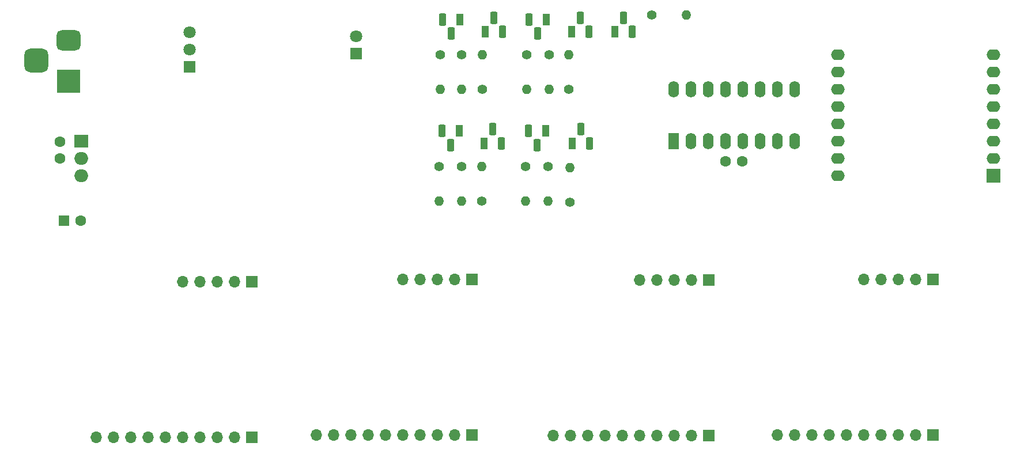
<source format=gbr>
%TF.GenerationSoftware,KiCad,Pcbnew,8.0.3-8.0.3-0~ubuntu22.04.1*%
%TF.CreationDate,2024-07-02T20:32:37+02:00*%
%TF.ProjectId,nixieclock,6e697869-6563-46c6-9f63-6b2e6b696361,rev?*%
%TF.SameCoordinates,Original*%
%TF.FileFunction,Soldermask,Bot*%
%TF.FilePolarity,Negative*%
%FSLAX46Y46*%
G04 Gerber Fmt 4.6, Leading zero omitted, Abs format (unit mm)*
G04 Created by KiCad (PCBNEW 8.0.3-8.0.3-0~ubuntu22.04.1) date 2024-07-02 20:32:37*
%MOMM*%
%LPD*%
G01*
G04 APERTURE LIST*
G04 Aperture macros list*
%AMRoundRect*
0 Rectangle with rounded corners*
0 $1 Rounding radius*
0 $2 $3 $4 $5 $6 $7 $8 $9 X,Y pos of 4 corners*
0 Add a 4 corners polygon primitive as box body*
4,1,4,$2,$3,$4,$5,$6,$7,$8,$9,$2,$3,0*
0 Add four circle primitives for the rounded corners*
1,1,$1+$1,$2,$3*
1,1,$1+$1,$4,$5*
1,1,$1+$1,$6,$7*
1,1,$1+$1,$8,$9*
0 Add four rect primitives between the rounded corners*
20,1,$1+$1,$2,$3,$4,$5,0*
20,1,$1+$1,$4,$5,$6,$7,0*
20,1,$1+$1,$6,$7,$8,$9,0*
20,1,$1+$1,$8,$9,$2,$3,0*%
G04 Aperture macros list end*
%ADD10C,1.400000*%
%ADD11O,1.400000X1.400000*%
%ADD12R,1.800000X1.800000*%
%ADD13C,1.800000*%
%ADD14R,1.100000X1.800000*%
%ADD15RoundRect,0.275000X-0.275000X-0.625000X0.275000X-0.625000X0.275000X0.625000X-0.275000X0.625000X0*%
%ADD16R,3.500000X3.500000*%
%ADD17RoundRect,0.750000X-1.000000X0.750000X-1.000000X-0.750000X1.000000X-0.750000X1.000000X0.750000X0*%
%ADD18RoundRect,0.875000X-0.875000X0.875000X-0.875000X-0.875000X0.875000X-0.875000X0.875000X0.875000X0*%
%ADD19R,1.600000X1.600000*%
%ADD20C,1.600000*%
%ADD21R,1.700000X1.700000*%
%ADD22O,1.700000X1.700000*%
%ADD23RoundRect,0.275000X0.275000X0.625000X-0.275000X0.625000X-0.275000X-0.625000X0.275000X-0.625000X0*%
%ADD24R,1.600000X2.400000*%
%ADD25O,1.600000X2.400000*%
%ADD26R,2.000000X2.000000*%
%ADD27O,2.000000X1.600000*%
%ADD28R,2.000000X1.905000*%
%ADD29O,2.000000X1.905000*%
G04 APERTURE END LIST*
D10*
%TO.C,R15*%
X96266000Y-54508400D03*
D11*
X96266000Y-49428400D03*
%TD*%
D12*
%TO.C,U5*%
X53340000Y-34798000D03*
D13*
X53340000Y-32258000D03*
X53340000Y-29718000D03*
D12*
X77840000Y-32808000D03*
D13*
X77840000Y-30268000D03*
%TD*%
D10*
%TO.C,R10*%
X90170000Y-33020000D03*
D11*
X90170000Y-38100000D03*
%TD*%
D14*
%TO.C,Q4*%
X109474000Y-29610000D03*
D15*
X110744000Y-27540000D03*
X112014000Y-29610000D03*
%TD*%
D16*
%TO.C,J1*%
X35560000Y-36861000D03*
D17*
X35560000Y-30861000D03*
D18*
X30860000Y-33861000D03*
%TD*%
D19*
%TO.C,C2*%
X34885621Y-57404000D03*
D20*
X37385621Y-57404000D03*
%TD*%
D21*
%TO.C,N2*%
X94838520Y-88900000D03*
D22*
X92298520Y-88900000D03*
X89758520Y-88900000D03*
X87218520Y-88900000D03*
X84678520Y-88900000D03*
X82138520Y-88900000D03*
X79598520Y-88900000D03*
X77058520Y-88900000D03*
X74518520Y-88900000D03*
X71978520Y-88900000D03*
D21*
X94838520Y-66040000D03*
D22*
X92298520Y-66040000D03*
X89758520Y-66040000D03*
X87218520Y-66040000D03*
X84678520Y-66040000D03*
%TD*%
D14*
%TO.C,Q6*%
X96647000Y-46018400D03*
D15*
X97917000Y-43948400D03*
X99187000Y-46018400D03*
%TD*%
D20*
%TO.C,C3*%
X134580000Y-48641000D03*
X132080000Y-48641000D03*
%TD*%
D21*
%TO.C,N4*%
X162560000Y-88900000D03*
D22*
X160020000Y-88900000D03*
X157480000Y-88900000D03*
X154940000Y-88900000D03*
X152400000Y-88900000D03*
X149860000Y-88900000D03*
X147320000Y-88900000D03*
X144780000Y-88900000D03*
X142240000Y-88900000D03*
X139700000Y-88900000D03*
D21*
X162560000Y-66040000D03*
D22*
X160020000Y-66040000D03*
X157480000Y-66040000D03*
X154940000Y-66040000D03*
X152400000Y-66040000D03*
%TD*%
D10*
%TO.C,R9*%
X96393000Y-38100000D03*
D11*
X96393000Y-33020000D03*
%TD*%
D14*
%TO.C,Q7*%
X105664000Y-44202400D03*
D23*
X104394000Y-46272400D03*
X103124000Y-44202400D03*
%TD*%
D14*
%TO.C,Q1*%
X93091000Y-27794000D03*
D23*
X91821000Y-29864000D03*
X90551000Y-27794000D03*
%TD*%
D24*
%TO.C,U3*%
X124460000Y-45720000D03*
D25*
X127000000Y-45720000D03*
X129540000Y-45720000D03*
X132080000Y-45720000D03*
X134620000Y-45720000D03*
X137160000Y-45720000D03*
X139700000Y-45720000D03*
X142240000Y-45720000D03*
X142240000Y-38100000D03*
X139700000Y-38100000D03*
X137160000Y-38100000D03*
X134620000Y-38100000D03*
X132080000Y-38100000D03*
X129540000Y-38100000D03*
X127000000Y-38100000D03*
X124460000Y-38100000D03*
%TD*%
D10*
%TO.C,R18*%
X109220000Y-54635400D03*
D11*
X109220000Y-49555400D03*
%TD*%
D10*
%TO.C,R6*%
X106172000Y-33020000D03*
D11*
X106172000Y-38100000D03*
%TD*%
D10*
%TO.C,R19*%
X102743000Y-49428400D03*
D11*
X102743000Y-54508400D03*
%TD*%
D14*
%TO.C,Q3*%
X105791000Y-27794000D03*
D23*
X104521000Y-29864000D03*
X103251000Y-27794000D03*
%TD*%
D10*
%TO.C,R16*%
X90043000Y-49428400D03*
D11*
X90043000Y-54508400D03*
%TD*%
D26*
%TO.C,U2*%
X171450000Y-50800000D03*
D27*
X171450000Y-48260000D03*
X171450000Y-45720000D03*
X171450000Y-43180000D03*
X171450000Y-40640000D03*
X171450000Y-38100000D03*
X171450000Y-35560000D03*
X171450000Y-33020000D03*
X148590000Y-33020000D03*
X148590000Y-35560000D03*
X148590000Y-38100000D03*
X148590000Y-40640000D03*
X148590000Y-43180000D03*
X148590000Y-45720000D03*
X148590000Y-48260000D03*
X148590000Y-50800000D03*
%TD*%
D14*
%TO.C,Q2*%
X96774000Y-29610000D03*
D15*
X98044000Y-27540000D03*
X99314000Y-29610000D03*
%TD*%
D10*
%TO.C,R7*%
X93345000Y-49428400D03*
D11*
X93345000Y-54508400D03*
%TD*%
D10*
%TO.C,R12*%
X109093000Y-38100000D03*
D11*
X109093000Y-33020000D03*
%TD*%
D21*
%TO.C,N1*%
X62563500Y-89222580D03*
D22*
X60023500Y-89222580D03*
X57483500Y-89222580D03*
X54943500Y-89222580D03*
X52403500Y-89222580D03*
X49863500Y-89222580D03*
X47323500Y-89222580D03*
X44783500Y-89222580D03*
X42243500Y-89222580D03*
X39703500Y-89222580D03*
D21*
X62563500Y-66362580D03*
D22*
X60023500Y-66362580D03*
X57483500Y-66362580D03*
X54943500Y-66362580D03*
X52403500Y-66362580D03*
%TD*%
D10*
%TO.C,R5*%
X93345000Y-33020000D03*
D11*
X93345000Y-38100000D03*
%TD*%
D14*
%TO.C,Q9*%
X115824000Y-29610000D03*
D15*
X117094000Y-27540000D03*
X118364000Y-29610000D03*
%TD*%
D14*
%TO.C,Q8*%
X109601000Y-46018400D03*
D15*
X110871000Y-43948400D03*
X112141000Y-46018400D03*
%TD*%
D10*
%TO.C,R1*%
X121285000Y-27178000D03*
D11*
X126365000Y-27178000D03*
%TD*%
D14*
%TO.C,Q5*%
X92964000Y-44202400D03*
D23*
X91694000Y-46272400D03*
X90424000Y-44202400D03*
%TD*%
D28*
%TO.C,U1*%
X37465000Y-45720000D03*
D29*
X37465000Y-48260000D03*
X37465000Y-50800000D03*
%TD*%
D10*
%TO.C,R13*%
X102870000Y-33020000D03*
D11*
X102870000Y-38100000D03*
%TD*%
D20*
%TO.C,C1*%
X34290000Y-48240000D03*
X34290000Y-45740000D03*
%TD*%
D21*
%TO.C,N3*%
X129639060Y-88948260D03*
D22*
X127099060Y-88948260D03*
X124559060Y-88948260D03*
X122019060Y-88948260D03*
X119479060Y-88948260D03*
X116939060Y-88948260D03*
X114399060Y-88948260D03*
X111859060Y-88948260D03*
X109319060Y-88948260D03*
X106779060Y-88948260D03*
D21*
X129639060Y-66088260D03*
D22*
X127099060Y-66088260D03*
X124559060Y-66088260D03*
X122019060Y-66088260D03*
X119479060Y-66088260D03*
%TD*%
D10*
%TO.C,R8*%
X106045000Y-49428400D03*
D11*
X106045000Y-54508400D03*
%TD*%
M02*

</source>
